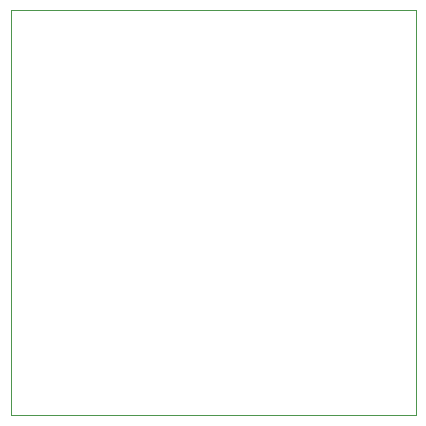
<source format=gbr>
%TF.GenerationSoftware,KiCad,Pcbnew,(6.0.9)*%
%TF.CreationDate,2023-02-09T17:54:21+01:00*%
%TF.ProjectId,piTelex_V10_1.0.0,70695465-6c65-4785-9f56-31305f312e30,1.0.0 -JK-*%
%TF.SameCoordinates,Original*%
%TF.FileFunction,Profile,NP*%
%FSLAX46Y46*%
G04 Gerber Fmt 4.6, Leading zero omitted, Abs format (unit mm)*
G04 Created by KiCad (PCBNEW (6.0.9)) date 2023-02-09 17:54:21*
%MOMM*%
%LPD*%
G01*
G04 APERTURE LIST*
%TA.AperFunction,Profile*%
%ADD10C,0.100000*%
%TD*%
G04 APERTURE END LIST*
D10*
X82855000Y-66345000D02*
X117145000Y-66345000D01*
X117145000Y-66345000D02*
X117145000Y-100635000D01*
X117145000Y-100635000D02*
X82855000Y-100635000D01*
X82855000Y-100635000D02*
X82855000Y-66345000D01*
M02*

</source>
